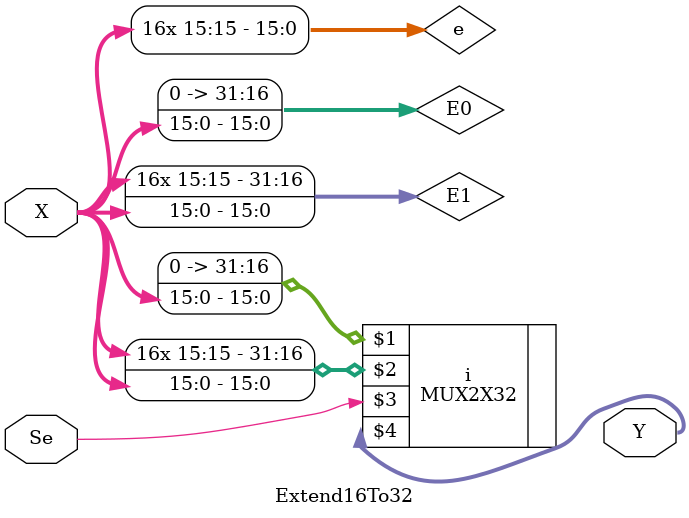
<source format=v>
`timescale 1ns / 1ns


module Extend16To32(
    input [15:0] X,
    input Se,
    output [31:0] Y
    );
    wire [31:0] E0, E1;
    wire [15:0] e = {16{X[15]}};
    parameter z = 16'b0;
    assign E0 = {z, X};
    assign E1 = {e, X};
    MUX2X32 i(E0, E1, Se, Y);
endmodule

</source>
